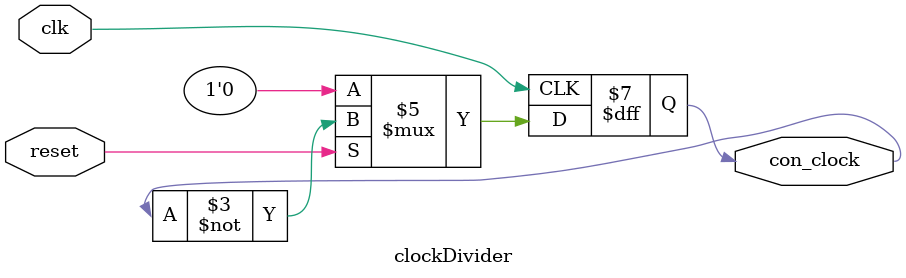
<source format=v>
module clockDivider ( clk, con_clock, reset);
output reg con_clock;
input clk ;
input reset;
	always @(posedge clk)
	begin
	if (~reset)
    	 con_clock <= 1'b0;

    else
	     con_clock <= ~ con_clock;	
	end
endmodule
</source>
